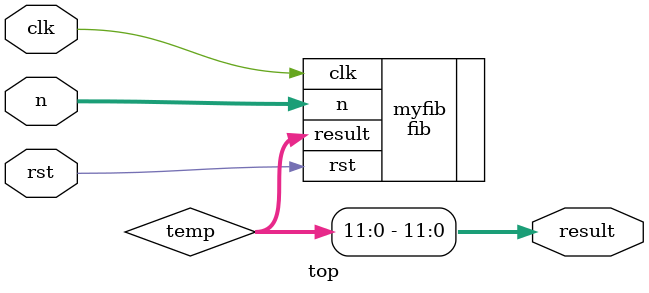
<source format=v>
`timescale 1ns / 1ps

module top(
		input clk,
		input rst,
		input [3:0] n,
		output [11:0] result
    );
	wire [31:0] temp;
	fib myfib(.clk(clk),.rst(rst),.n(n),.result(temp));
	assign result = temp [11:0];
endmodule
</source>
